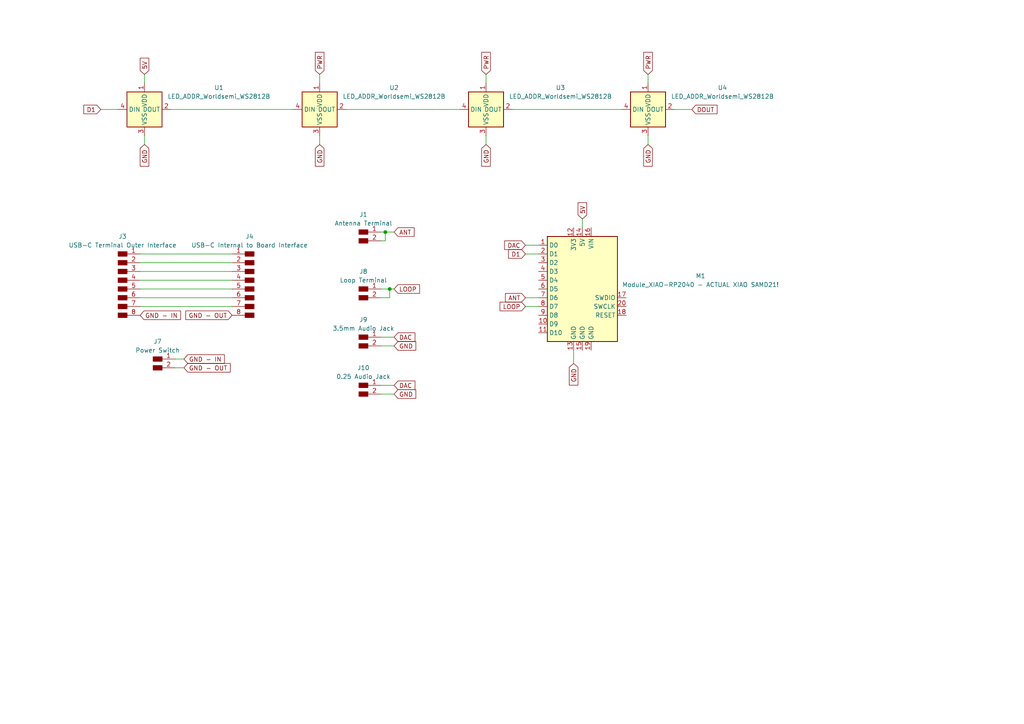
<source format=kicad_sch>
(kicad_sch (version 20231120) (generator "eeschema") (generator_version "8.0")
  (paper "A4")
  (lib_symbols
    (symbol "fab:Conn_PinHeader_1x02_P2.54mm_Vertical_THT_D1.4mm" (pin_names hide)
      (property "Reference" "J" (at 0 2.54 0))
      (property "Value" "Conn_PinHeader_1x02_P2.54mm_Vertical_THT_D1.4mm" (at 0 -5.08 0))
      (symbol "Conn_PinHeader_1x02_P2.54mm_Vertical_THT_D1.4mm_1_1"
        (rectangle (start -1.27 -1.905) (end 1.27 -3.175) (stroke (width 0.254)) (fill (type outline)))
        (rectangle (start -1.27 0.635) (end 1.27 -0.635) (stroke (width 0.254)) (fill (type outline)))
        (pin passive line (at 5.08 0 180) (length 3.81) (name "Pin_1") (number "1"))
        (pin passive line (at 5.08 -2.54 180) (length 3.81) (name "Pin_2") (number "2"))
      )
    )
    (symbol "fab:Conn_PinHeader_1x08_P2.54mm_Vertical_THT_D1.4mm" (pin_names hide)
      (property "Reference" "J" (at 0 10.16 0))
      (property "Value" "Conn_PinHeader_1x08_P2.54mm_Vertical_THT_D1.4mm" (at 0 -12.7 0))
      (symbol "Conn_PinHeader_1x08_P2.54mm_Vertical_THT_D1.4mm_1_1"
        (rectangle (start -1.27 -9.525) (end 1.27 -10.795) (stroke (width 0.254)) (fill (type outline)))
        (rectangle (start -1.27 -6.985) (end 1.27 -8.255) (stroke (width 0.254)) (fill (type outline)))
        (rectangle (start -1.27 -4.445) (end 1.27 -5.715) (stroke (width 0.254)) (fill (type outline)))
        (rectangle (start -1.27 -1.905) (end 1.27 -3.175) (stroke (width 0.254)) (fill (type outline)))
        (rectangle (start -1.27 0.635) (end 1.27 -0.635) (stroke (width 0.254)) (fill (type outline)))
        (rectangle (start -1.27 3.175) (end 1.27 1.905) (stroke (width 0.254)) (fill (type outline)))
        (rectangle (start -1.27 5.715) (end 1.27 4.445) (stroke (width 0.254)) (fill (type outline)))
        (rectangle (start -1.27 8.255) (end 1.27 6.985) (stroke (width 0.254)) (fill (type outline)))
        (pin passive line (at 5.08 7.62 180) (length 3.81) (name "Pin_1") (number "1"))
        (pin passive line (at 5.08 5.08 180) (length 3.81) (name "Pin_2") (number "2"))
        (pin passive line (at 5.08 2.54 180) (length 3.81) (name "Pin_3") (number "3"))
        (pin passive line (at 5.08 0 180) (length 3.81) (name "Pin_4") (number "4"))
        (pin passive line (at 5.08 -2.54 180) (length 3.81) (name "Pin_5") (number "5"))
        (pin passive line (at 5.08 -5.08 180) (length 3.81) (name "Pin_6") (number "6"))
        (pin passive line (at 5.08 -7.62 180) (length 3.81) (name "Pin_7") (number "7"))
        (pin passive line (at 5.08 -10.16 180) (length 3.81) (name "Pin_8") (number "8"))
      )
    )
    (symbol "fab:LED_ADDR_Worldsemi_WS2812B"
      (property "Reference" "U" (at -5.08 5.715 0))
      (property "Value" "LED_ADDR_Worldsemi_WS2812B" (at 0.635 5.715 0))
      (symbol "LED_ADDR_Worldsemi_WS2812B_0_1"
        (rectangle (start -5.08 5.08) (end 5.08 -5.08) (stroke (width 0.254)) (fill (type background)))
      )
      (symbol "LED_ADDR_Worldsemi_WS2812B_1_1"
        (pin power_in line (at 0 7.62 270) (length 2.54) (name "VDD") (number "1"))
        (pin output line (at 7.62 0 180) (length 2.54) (name "DOUT") (number "2"))
        (pin power_in line (at 0 -7.62 90) (length 2.54) (name "VSS") (number "3"))
        (pin input line (at -7.62 0 0) (length 2.54) (name "DIN") (number "4"))
      )
    )
    (symbol "fab:Module_XIAO-RP2040"
      (property "Reference" "M" (at -10.16 16.51 0))
      (property "Value" "Module_XIAO-RP2040" (at 3.81 16.51 0))
      (symbol "Module_XIAO-RP2040_1_1"
        (rectangle (start -10.16 15.24) (end 10.16 -15.24) (stroke (width 0.254)) (fill (type background)))
        (pin bidirectional line (at -12.7 12.7 0) (length 2.54) (name "D0") (number "1"))
        (pin bidirectional line (at -12.7 -10.16 0) (length 2.54) (name "D9") (number "10"))
        (pin bidirectional line (at -12.7 -12.7 0) (length 2.54) (name "D10") (number "11"))
        (pin power_in line (at -2.54 17.78 270) (length 2.54) (name "3V3") (number "12"))
        (pin power_in line (at -2.54 -17.78 90) (length 2.54) (name "GND") (number "13"))
        (pin power_in line (at 0 17.78 270) (length 2.54) (name "5V") (number "14"))
        (pin power_in line (at 0 -17.78 90) (length 2.54) (name "GND") (number "15"))
        (pin power_in line (at 2.54 17.78 270) (length 2.54) (name "VIN") (number "16"))
        (pin bidirectional line (at 12.7 -2.54 180) (length 2.54) (name "SWDIO") (number "17"))
        (pin input line (at 12.7 -7.62 180) (length 2.54) (name "RESET") (number "18"))
        (pin power_in line (at 2.54 -17.78 90) (length 2.54) (name "GND") (number "19"))
        (pin bidirectional line (at -12.7 10.16 0) (length 2.54) (name "D1") (number "2"))
        (pin input line (at 12.7 -5.08 180) (length 2.54) (name "SWCLK") (number "20"))
        (pin bidirectional line (at -12.7 7.62 0) (length 2.54) (name "D2") (number "3"))
        (pin bidirectional line (at -12.7 5.08 0) (length 2.54) (name "D3") (number "4"))
        (pin bidirectional line (at -12.7 2.54 0) (length 2.54) (name "D4") (number "5"))
        (pin bidirectional line (at -12.7 0 0) (length 2.54) (name "D5") (number "6"))
        (pin bidirectional line (at -12.7 -2.54 0) (length 2.54) (name "D6") (number "7"))
        (pin bidirectional line (at -12.7 -5.08 0) (length 2.54) (name "D7") (number "8"))
        (pin bidirectional line (at -12.7 -7.62 0) (length 2.54) (name "D8") (number "9"))
      )
    )
  )
  (junction (at 113.03 83.82))
  (junction (at 111.76 67.31))
  (wire (pts (xy 140.97 39.37) (xy 140.97 41.91)))
  (wire (pts (xy 195.58 31.75) (xy 200.66 31.75)))
  (wire (pts (xy 110.49 67.31) (xy 111.76 67.31)))
  (wire (pts (xy 111.76 67.31) (xy 114.3 67.31)))
  (wire (pts (xy 40.64 78.74) (xy 67.31 78.74)))
  (wire (pts (xy 110.49 69.85) (xy 111.76 69.85)))
  (wire (pts (xy 168.91 63.5) (xy 168.91 66.04)))
  (wire (pts (xy 187.96 39.37) (xy 187.96 41.91)))
  (wire (pts (xy 40.64 76.2) (xy 67.31 76.2)))
  (wire (pts (xy 92.71 21.59) (xy 92.71 24.13)))
  (wire (pts (xy 92.71 39.37) (xy 92.71 41.91)))
  (wire (pts (xy 187.96 21.59) (xy 187.96 24.13)))
  (wire (pts (xy 110.49 111.76) (xy 114.3 111.76)))
  (wire (pts (xy 41.91 39.37) (xy 41.91 41.91)))
  (wire (pts (xy 110.49 114.3) (xy 114.3 114.3)))
  (wire (pts (xy 111.76 69.85) (xy 111.76 67.31)))
  (wire (pts (xy 100.33 31.75) (xy 133.35 31.75)))
  (wire (pts (xy 140.97 21.59) (xy 140.97 24.13)))
  (wire (pts (xy 40.64 81.28) (xy 67.31 81.28)))
  (wire (pts (xy 40.64 73.66) (xy 67.31 73.66)))
  (wire (pts (xy 40.64 88.9) (xy 67.31 88.9)))
  (wire (pts (xy 110.49 100.33) (xy 114.3 100.33)))
  (wire (pts (xy 166.37 101.6) (xy 166.37 105.41)))
  (wire (pts (xy 41.91 21.59) (xy 41.91 24.13)))
  (wire (pts (xy 110.49 86.36) (xy 113.03 86.36)))
  (wire (pts (xy 40.64 86.36) (xy 67.31 86.36)))
  (wire (pts (xy 152.4 86.36) (xy 156.21 86.36)))
  (wire (pts (xy 152.4 88.9) (xy 156.21 88.9)))
  (wire (pts (xy 40.64 83.82) (xy 67.31 83.82)))
  (wire (pts (xy 50.8 106.68) (xy 53.34 106.68)))
  (wire (pts (xy 148.59 31.75) (xy 180.34 31.75)))
  (wire (pts (xy 110.49 83.82) (xy 113.03 83.82)))
  (wire (pts (xy 113.03 86.36) (xy 113.03 83.82)))
  (wire (pts (xy 152.4 71.12) (xy 156.21 71.12)))
  (wire (pts (xy 152.4 73.66) (xy 156.21 73.66)))
  (wire (pts (xy 50.8 104.14) (xy 53.34 104.14)))
  (wire (pts (xy 49.53 31.75) (xy 85.09 31.75)))
  (wire (pts (xy 113.03 83.82) (xy 114.3 83.82)))
  (wire (pts (xy 110.49 97.79) (xy 114.3 97.79)))
  (wire (pts (xy 29.21 31.75) (xy 34.29 31.75)))
  (global_label "DAC" (shape input) (at 114.3 111.76 0) (property "Intersheetrefs" "${INTERSHEET_REFS}" (effects (hide yes))))
  (global_label "GND" (shape input) (at 41.91 41.91 270) (property "Intersheetrefs" "${INTERSHEET_REFS}" (effects (hide yes))))
  (global_label "GND - OUT" (shape input) (at 67.31 91.44 180) (property "Intersheetrefs" "${INTERSHEET_REFS}" (effects (hide yes))))
  (global_label "GND" (shape input) (at 140.97 41.91 270) (property "Intersheetrefs" "${INTERSHEET_REFS}" (effects (hide yes))))
  (global_label "GND - OUT" (shape input) (at 53.34 106.68 0) (property "Intersheetrefs" "${INTERSHEET_REFS}" (effects (hide yes))))
  (global_label "GND" (shape input) (at 166.37 105.41 270) (property "Intersheetrefs" "${INTERSHEET_REFS}" (effects (hide yes))))
  (global_label "5V" (shape input) (at 168.91 63.5 90) (property "Intersheetrefs" "${INTERSHEET_REFS}" (effects (hide yes))))
  (global_label "PWR" (shape input) (at 140.97 21.59 90) (property "Intersheetrefs" "${INTERSHEET_REFS}" (effects (hide yes))))
  (global_label "D1" (shape input) (at 152.4 73.66 180) (property "Intersheetrefs" "${INTERSHEET_REFS}" (effects (hide yes))))
  (global_label "GND" (shape input) (at 187.96 41.91 270) (property "Intersheetrefs" "${INTERSHEET_REFS}" (effects (hide yes))))
  (global_label "GND - IN" (shape input) (at 53.34 104.14 0) (property "Intersheetrefs" "${INTERSHEET_REFS}" (effects (hide yes))))
  (global_label "D1" (shape input) (at 29.21 31.75 180) (property "Intersheetrefs" "${INTERSHEET_REFS}" (effects (hide yes))))
  (global_label "PWR" (shape input) (at 92.71 21.59 90) (property "Intersheetrefs" "${INTERSHEET_REFS}" (effects (hide yes))))
  (global_label "PWR" (shape input) (at 187.96 21.59 90) (property "Intersheetrefs" "${INTERSHEET_REFS}" (effects (hide yes))))
  (global_label "GND" (shape input) (at 114.3 100.33 0) (property "Intersheetrefs" "${INTERSHEET_REFS}" (effects (hide yes))))
  (global_label "ANT" (shape input) (at 152.4 86.36 180) (property "Intersheetrefs" "${INTERSHEET_REFS}" (effects (hide yes))))
  (global_label "DAC" (shape input) (at 114.3 97.79 0) (property "Intersheetrefs" "${INTERSHEET_REFS}" (effects (hide yes))))
  (global_label "LOOP" (shape input) (at 114.3 83.82 0) (property "Intersheetrefs" "${INTERSHEET_REFS}" (effects (hide yes))))
  (global_label "GND" (shape input) (at 92.71 41.91 270) (property "Intersheetrefs" "${INTERSHEET_REFS}" (effects (hide yes))))
  (global_label "5V" (shape input) (at 41.91 21.59 90) (property "Intersheetrefs" "${INTERSHEET_REFS}" (effects (hide yes))))
  (global_label "DAC" (shape input) (at 152.4 71.12 180) (property "Intersheetrefs" "${INTERSHEET_REFS}" (effects (hide yes))))
  (global_label "DOUT" (shape input) (at 200.66 31.75 0) (property "Intersheetrefs" "${INTERSHEET_REFS}" (effects (hide yes))))
  (global_label "LOOP" (shape input) (at 152.4 88.9 180) (property "Intersheetrefs" "${INTERSHEET_REFS}" (effects (hide yes))))
  (global_label "GND - IN" (shape input) (at 40.64 91.44 0) (property "Intersheetrefs" "${INTERSHEET_REFS}" (effects (hide yes))))
  (global_label "GND" (shape input) (at 114.3 114.3 0) (property "Intersheetrefs" "${INTERSHEET_REFS}" (effects (hide yes))))
  (global_label "ANT" (shape input) (at 114.3 67.31 0) (property "Intersheetrefs" "${INTERSHEET_REFS}" (effects (hide yes))))
  (symbol (lib_id "fab:LED_ADDR_Worldsemi_WS2812B") (at 41.91 31.75 0) (unit 1)
    (property "Reference" "U1" (at 63.5 25.4314 0))
    (property "Value" "LED_ADDR_Worldsemi_WS2812B" (at 63.5 27.9714 0))
    (property "Footprint" "fab:LED_ADDR_Worldsemi_WS2812B" (effects (hide yes)))
    (property "Datasheet" "http://cdn.sparkfun.com/datasheets/BreakoutBoards/WS2812B.pdf" (effects (hide yes)))
    (property "Description" "Worldsemi WS2812B, Adafruit Industries LLC ADDRESS LED SERIAL RGB 100PK" (effects (hide yes)))
  )
  (symbol (lib_id "fab:Conn_PinHeader_1x02_P2.54mm_Vertical_THT_D1.4mm") (at 105.41 83.82 0) (unit 1)
    (property "Reference" "J8" (at 105.41 78.74 0))
    (property "Value" "Loop Terminal" (at 105.41 81.28 0))
    (property "Footprint" "fab:PinHeader_1x02_P2.54mm_Vertical_THT_D1.4mm" (effects (hide yes)))
    (property "Description" "Male connector, single row" (effects (hide yes)))
  )
  (symbol (lib_id "fab:Conn_PinHeader_1x02_P2.54mm_Vertical_THT_D1.4mm") (at 45.72 104.14 0) (unit 1)
    (property "Reference" "J7" (at 45.72 99.06 0))
    (property "Value" "Power Switch" (at 45.72 101.6 0))
    (property "Footprint" "fab:PinHeader_1x02_P2.54mm_Vertical_THT_D1.4mm" (effects (hide yes)))
    (property "Description" "Male connector, single row" (effects (hide yes)))
  )
  (symbol (lib_id "fab:Module_XIAO-RP2040") (at 168.91 83.82 0) (unit 1)
    (property "Reference" "M1" (at 203.2 80.0414 0))
    (property "Value" "Module_XIAO-RP2040 - ACTUAL XIAO SAMD21!" (at 203.2 82.5814 0))
    (property "Footprint" "fab:SeeedStudio_XIAO_RP2040" (effects (hide yes)))
    (property "Datasheet" "https://wiki.seeedstudio.com/XIAO-RP2040/" (effects (hide yes)))
    (property "Description" "RP2040 XIAO RP2040 - ARM® Cortex®-M0+ MCU 32-Bit Embedded Evaluation Board" (effects (hide yes)))
  )
  (symbol (lib_id "fab:Conn_PinHeader_1x02_P2.54mm_Vertical_THT_D1.4mm") (at 105.41 111.76 0) (unit 1)
    (property "Reference" "J10" (at 105.41 106.68 0))
    (property "Value" "0.25 Audio Jack" (at 105.41 109.22 0))
    (property "Footprint" "fab:PinHeader_1x02_P2.54mm_Vertical_THT_D1.4mm" (effects (hide yes)))
    (property "Description" "Male connector, single row" (effects (hide yes)))
  )
  (symbol (lib_id "fab:LED_ADDR_Worldsemi_WS2812B") (at 92.71 31.75 0) (unit 1)
    (property "Reference" "U2" (at 114.3 25.4314 0))
    (property "Value" "LED_ADDR_Worldsemi_WS2812B" (at 114.3 27.9714 0))
    (property "Footprint" "fab:LED_ADDR_Worldsemi_WS2812B" (effects (hide yes)))
    (property "Datasheet" "http://cdn.sparkfun.com/datasheets/BreakoutBoards/WS2812B.pdf" (effects (hide yes)))
    (property "Description" "Worldsemi WS2812B, Adafruit Industries LLC ADDRESS LED SERIAL RGB 100PK" (effects (hide yes)))
  )
  (symbol (lib_id "fab:LED_ADDR_Worldsemi_WS2812B") (at 140.97 31.75 0) (unit 1)
    (property "Reference" "U3" (at 162.56 25.4314 0))
    (property "Value" "LED_ADDR_Worldsemi_WS2812B" (at 162.56 27.9714 0))
    (property "Footprint" "fab:LED_ADDR_Worldsemi_WS2812B" (effects (hide yes)))
    (property "Datasheet" "http://cdn.sparkfun.com/datasheets/BreakoutBoards/WS2812B.pdf" (effects (hide yes)))
    (property "Description" "Worldsemi WS2812B, Adafruit Industries LLC ADDRESS LED SERIAL RGB 100PK" (effects (hide yes)))
  )
  (symbol (lib_id "fab:Conn_PinHeader_1x08_P2.54mm_Vertical_THT_D1.4mm") (at 72.39 81.28 0) (mirror y) (unit 1)
    (property "Reference" "J4" (at 72.39 68.58 0))
    (property "Value" "USB-C Internal to Board Interface" (at 72.39 71.12 0))
    (property "Footprint" "fab:PinHeader_1x08_P2.54mm_Vertical_THT_D1.4mm" (effects (hide yes)))
    (property "Description" "Connector Header Through Hole 8 positions 0.100\" (2.54mm)" (effects (hide yes)))
  )
  (symbol (lib_id "fab:Conn_PinHeader_1x02_P2.54mm_Vertical_THT_D1.4mm") (at 105.41 67.31 0) (unit 1)
    (property "Reference" "J1" (at 105.41 62.23 0))
    (property "Value" "Antenna Terminal" (at 105.41 64.77 0))
    (property "Footprint" "fab:PinHeader_1x02_P2.54mm_Vertical_THT_D1.4mm" (effects (hide yes)))
    (property "Description" "Male connector, single row" (effects (hide yes)))
  )
  (symbol (lib_id "fab:LED_ADDR_Worldsemi_WS2812B") (at 187.96 31.75 0) (unit 1)
    (property "Reference" "U4" (at 209.55 25.4314 0))
    (property "Value" "LED_ADDR_Worldsemi_WS2812B" (at 209.55 27.9714 0))
    (property "Footprint" "fab:LED_ADDR_Worldsemi_WS2812B" (effects (hide yes)))
    (property "Datasheet" "http://cdn.sparkfun.com/datasheets/BreakoutBoards/WS2812B.pdf" (effects (hide yes)))
    (property "Description" "Worldsemi WS2812B, Adafruit Industries LLC ADDRESS LED SERIAL RGB 100PK" (effects (hide yes)))
  )
  (symbol (lib_id "fab:Conn_PinHeader_1x08_P2.54mm_Vertical_THT_D1.4mm") (at 35.56 81.28 0) (unit 1)
    (property "Reference" "J3" (at 35.56 68.58 0))
    (property "Value" "USB-C Terminal Outer Interface" (at 35.56 71.12 0))
    (property "Footprint" "fab:PinHeader_1x08_P2.54mm_Vertical_THT_D1.4mm" (effects (hide yes)))
    (property "Description" "Connector Header Through Hole 8 positions 0.100\" (2.54mm)" (effects (hide yes)))
  )
  (symbol (lib_id "fab:Conn_PinHeader_1x02_P2.54mm_Vertical_THT_D1.4mm") (at 105.41 97.79 0) (unit 1)
    (property "Reference" "J9" (at 105.41 92.71 0))
    (property "Value" "3.5mm Audio Jack" (at 105.41 95.25 0))
    (property "Footprint" "fab:PinHeader_1x02_P2.54mm_Vertical_THT_D1.4mm" (effects (hide yes)))
    (property "Description" "Male connector, single row" (effects (hide yes)))
  )
)
</source>
